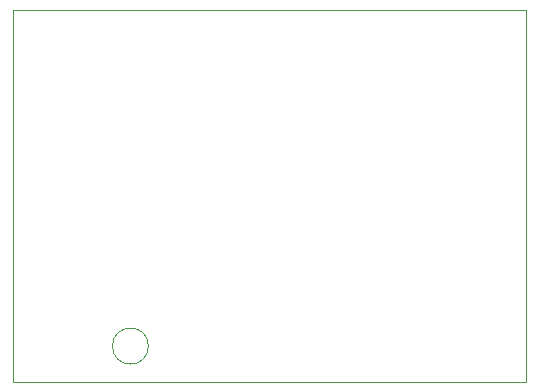
<source format=gm1>
G04 #@! TF.GenerationSoftware,KiCad,Pcbnew,(6.0.0)*
G04 #@! TF.CreationDate,2022-03-05T18:23:28-06:00*
G04 #@! TF.ProjectId,4 Channel Screw term,34204368-616e-46e6-956c-205363726577,rev?*
G04 #@! TF.SameCoordinates,Original*
G04 #@! TF.FileFunction,Profile,NP*
%FSLAX46Y46*%
G04 Gerber Fmt 4.6, Leading zero omitted, Abs format (unit mm)*
G04 Created by KiCad (PCBNEW (6.0.0)) date 2022-03-05 18:23:28*
%MOMM*%
%LPD*%
G01*
G04 APERTURE LIST*
G04 #@! TA.AperFunction,Profile*
%ADD10C,0.100000*%
G04 #@! TD*
G04 APERTURE END LIST*
D10*
X187198000Y-61722000D02*
X143764000Y-61722000D01*
X143764000Y-61722000D02*
X143764000Y-93218000D01*
X143764000Y-93218000D02*
X187198000Y-93218000D01*
X187198000Y-93218000D02*
X187198000Y-61722000D01*
X155194000Y-90170000D02*
G75*
G03*
X155194000Y-90170000I-1524000J0D01*
G01*
M02*

</source>
